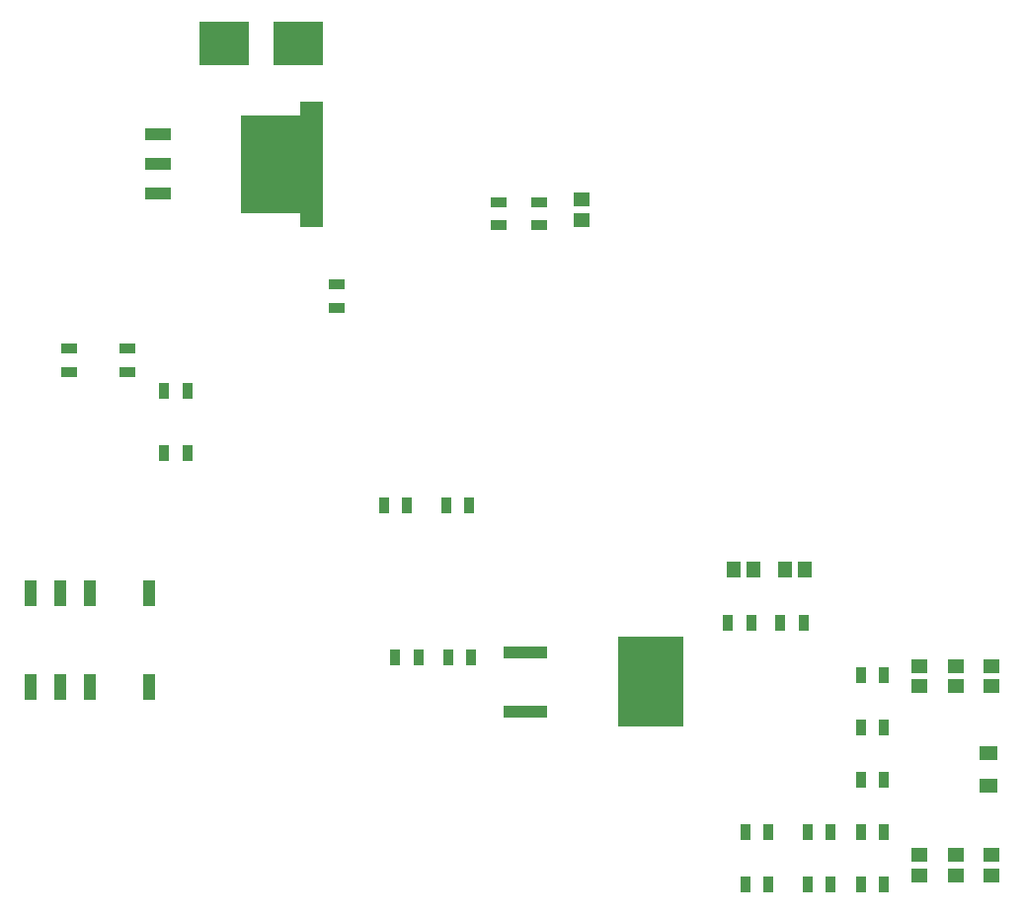
<source format=gbr>
%TF.GenerationSoftware,Altium Limited,Altium Designer,24.3.1 (35)*%
G04 Layer_Color=8421504*
%FSLAX45Y45*%
%MOMM*%
%TF.SameCoordinates,77145657-7363-482A-8684-523018AF0833*%
%TF.FilePolarity,Positive*%
%TF.FileFunction,Paste,Top*%
%TF.Part,Single*%
G01*
G75*
%TA.AperFunction,SMDPad,CuDef*%
%ADD10R,1.47000X1.16000*%
%ADD11R,0.95000X1.45000*%
%ADD12R,1.50000X1.25000*%
%ADD13R,1.45000X0.95000*%
%ADD15R,3.78000X1.06000*%
%ADD16R,1.16000X1.47000*%
%ADD17R,1.00000X2.20000*%
%ADD18C,6.29100*%
%ADD19R,2.16000X1.07000*%
%ADD20R,4.24000X3.81000*%
G36*
X3077908Y6040000D02*
X2886908D01*
Y6163500D01*
X2378908D01*
Y6996500D01*
X2886908D01*
Y7120000D01*
X3077908D01*
Y6040000D01*
D02*
G37*
G36*
X6167936Y1759215D02*
X5609935D01*
Y2525215D01*
X6167936D01*
Y1759215D01*
D02*
G37*
D10*
X8501830Y479499D02*
D03*
Y654500D02*
D03*
X8188673Y479499D02*
D03*
Y654500D02*
D03*
Y2277499D02*
D03*
Y2102498D02*
D03*
X8501830Y2277499D02*
D03*
Y2102498D02*
D03*
X8809708Y2277499D02*
D03*
Y2102498D02*
D03*
Y479499D02*
D03*
Y654500D02*
D03*
X5300414Y6104715D02*
D03*
Y6279716D02*
D03*
D11*
X6700000Y849999D02*
D03*
X6899999D02*
D03*
X7432500D02*
D03*
X7232500D02*
D03*
X7688674D02*
D03*
X7888674D02*
D03*
Y1750002D02*
D03*
X7688674D02*
D03*
Y1299980D02*
D03*
X7888674D02*
D03*
X7688674Y2199998D02*
D03*
X7888674D02*
D03*
Y400002D02*
D03*
X7688674D02*
D03*
X6899999D02*
D03*
X6700000D02*
D03*
X7232500D02*
D03*
X7432500D02*
D03*
X6999999Y2650000D02*
D03*
X7199999D02*
D03*
X6550002D02*
D03*
X6750002D02*
D03*
X3900000Y2350001D02*
D03*
X3700000D02*
D03*
X4350002D02*
D03*
X4150002D02*
D03*
X1917500Y4099593D02*
D03*
X1717500D02*
D03*
X1917500Y4634502D02*
D03*
X1717500D02*
D03*
X3800000Y3649998D02*
D03*
X3600001D02*
D03*
X4134163D02*
D03*
X4334162D02*
D03*
D12*
X8788677Y1524998D02*
D03*
Y1249998D02*
D03*
D13*
X4933338Y6256414D02*
D03*
Y6056414D02*
D03*
X4583336Y6256414D02*
D03*
Y6056414D02*
D03*
X900001Y4799998D02*
D03*
Y4999998D02*
D03*
X1399797Y5000003D02*
D03*
Y4799998D02*
D03*
X3200001Y5549999D02*
D03*
Y5350000D02*
D03*
D15*
X4813938Y1888213D02*
D03*
Y2396213D02*
D03*
D16*
X6773299Y3100002D02*
D03*
X6598303D02*
D03*
X7212912D02*
D03*
X7037911D02*
D03*
D17*
X1584998Y2900002D02*
D03*
X1076998D02*
D03*
X822998D02*
D03*
X568998D02*
D03*
Y2099999D02*
D03*
X822998D02*
D03*
X1076998D02*
D03*
X1584998D02*
D03*
D18*
X2728410Y6580000D02*
D03*
D19*
X1660909Y6326000D02*
D03*
Y6580000D02*
D03*
Y6834000D02*
D03*
D20*
X2865910Y7617290D02*
D03*
X2228909D02*
D03*
%TF.MD5,53107d4e101e5ebac321ca76d13b24c6*%
M02*

</source>
